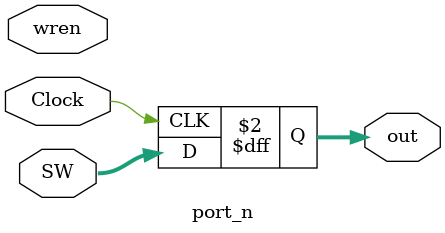
<source format=v>
module port_n (Clock, SW, wren, out);
  input [15:0] SW;
  input Clock;
  output reg [15:0] out;
  input wren;



  always @ (posedge Clock) begin
    out <= SW;
  end
endmodule

</source>
